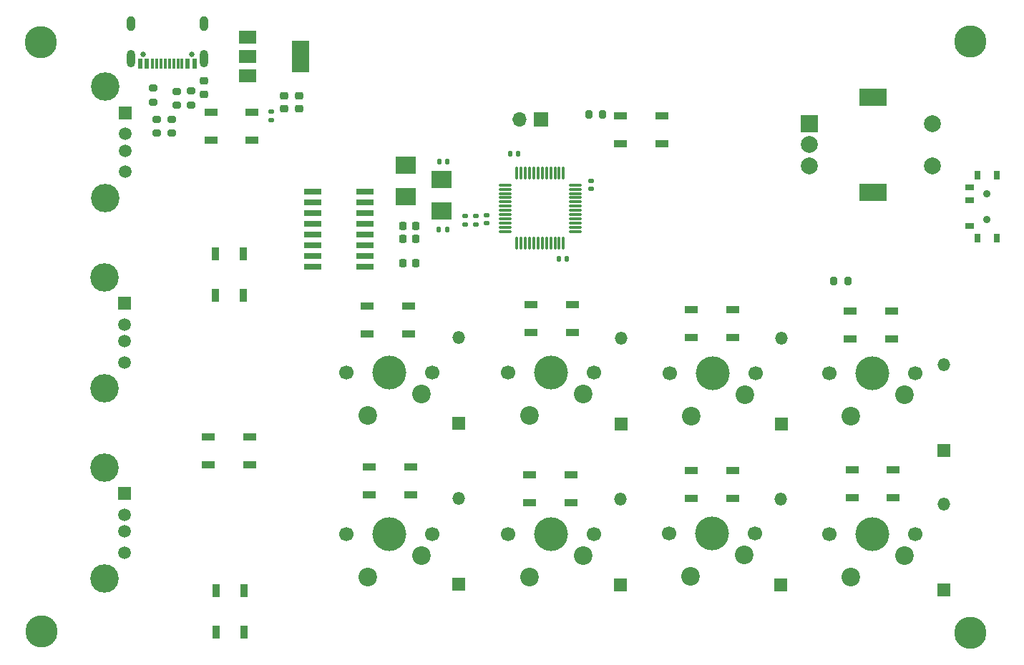
<source format=gbr>
%TF.GenerationSoftware,KiCad,Pcbnew,(6.0.10)*%
%TF.CreationDate,2023-02-08T22:59:09+05:30*%
%TF.ProjectId,macrokeypad13,6d616372-6f6b-4657-9970-616431332e6b,rev?*%
%TF.SameCoordinates,Original*%
%TF.FileFunction,Soldermask,Top*%
%TF.FilePolarity,Negative*%
%FSLAX46Y46*%
G04 Gerber Fmt 4.6, Leading zero omitted, Abs format (unit mm)*
G04 Created by KiCad (PCBNEW (6.0.10)) date 2023-02-08 22:59:09*
%MOMM*%
%LPD*%
G01*
G04 APERTURE LIST*
G04 Aperture macros list*
%AMRoundRect*
0 Rectangle with rounded corners*
0 $1 Rounding radius*
0 $2 $3 $4 $5 $6 $7 $8 $9 X,Y pos of 4 corners*
0 Add a 4 corners polygon primitive as box body*
4,1,4,$2,$3,$4,$5,$6,$7,$8,$9,$2,$3,0*
0 Add four circle primitives for the rounded corners*
1,1,$1+$1,$2,$3*
1,1,$1+$1,$4,$5*
1,1,$1+$1,$6,$7*
1,1,$1+$1,$8,$9*
0 Add four rect primitives between the rounded corners*
20,1,$1+$1,$2,$3,$4,$5,0*
20,1,$1+$1,$4,$5,$6,$7,0*
20,1,$1+$1,$6,$7,$8,$9,0*
20,1,$1+$1,$8,$9,$2,$3,0*%
G04 Aperture macros list end*
%ADD10RoundRect,0.200000X0.275000X-0.200000X0.275000X0.200000X-0.275000X0.200000X-0.275000X-0.200000X0*%
%ADD11R,1.500000X0.900000*%
%ADD12C,1.700000*%
%ADD13C,4.000000*%
%ADD14C,2.200000*%
%ADD15RoundRect,0.200000X-0.200000X-0.275000X0.200000X-0.275000X0.200000X0.275000X-0.200000X0.275000X0*%
%ADD16RoundRect,0.075000X-0.662500X-0.075000X0.662500X-0.075000X0.662500X0.075000X-0.662500X0.075000X0*%
%ADD17RoundRect,0.075000X-0.075000X-0.662500X0.075000X-0.662500X0.075000X0.662500X-0.075000X0.662500X0*%
%ADD18C,0.900000*%
%ADD19R,1.100000X0.700000*%
%ADD20R,0.800000X1.000000*%
%ADD21R,1.500000X1.500000*%
%ADD22O,1.500000X1.500000*%
%ADD23RoundRect,0.140000X-0.140000X-0.170000X0.140000X-0.170000X0.140000X0.170000X-0.140000X0.170000X0*%
%ADD24R,0.900000X1.500000*%
%ADD25C,2.600000*%
%ADD26C,3.800000*%
%ADD27RoundRect,0.225000X-0.225000X-0.250000X0.225000X-0.250000X0.225000X0.250000X-0.225000X0.250000X0*%
%ADD28R,1.508000X1.508000*%
%ADD29C,1.508000*%
%ADD30C,3.366000*%
%ADD31R,2.400000X2.000000*%
%ADD32C,0.650000*%
%ADD33R,0.600000X1.240000*%
%ADD34R,0.300000X1.240000*%
%ADD35O,1.000000X2.100000*%
%ADD36O,1.000000X1.800000*%
%ADD37RoundRect,0.225000X-0.250000X0.225000X-0.250000X-0.225000X0.250000X-0.225000X0.250000X0.225000X0*%
%ADD38RoundRect,0.140000X0.140000X0.170000X-0.140000X0.170000X-0.140000X-0.170000X0.140000X-0.170000X0*%
%ADD39R,2.000000X2.000000*%
%ADD40C,2.000000*%
%ADD41R,3.200000X2.000000*%
%ADD42RoundRect,0.140000X-0.170000X0.140000X-0.170000X-0.140000X0.170000X-0.140000X0.170000X0.140000X0*%
%ADD43RoundRect,0.140000X0.170000X-0.140000X0.170000X0.140000X-0.170000X0.140000X-0.170000X-0.140000X0*%
%ADD44RoundRect,0.200000X-0.275000X0.200000X-0.275000X-0.200000X0.275000X-0.200000X0.275000X0.200000X0*%
%ADD45R,1.700000X1.700000*%
%ADD46O,1.700000X1.700000*%
%ADD47RoundRect,0.135000X-0.185000X0.135000X-0.185000X-0.135000X0.185000X-0.135000X0.185000X0.135000X0*%
%ADD48R,2.000000X1.500000*%
%ADD49R,2.000000X3.800000*%
%ADD50R,2.032000X0.660400*%
G04 APERTURE END LIST*
D10*
%TO.C,R4*%
X46040000Y-38125000D03*
X46040000Y-36475000D03*
%TD*%
D11*
%TO.C,D4*%
X126540000Y-78010000D03*
X126540000Y-81310000D03*
X131440000Y-81310000D03*
X131440000Y-78010000D03*
%TD*%
D12*
%TO.C,K2*%
X66690000Y-85580000D03*
X76850000Y-85580000D03*
D13*
X71770000Y-85580000D03*
D14*
X69230000Y-90660000D03*
X75580000Y-88120000D03*
%TD*%
D13*
%TO.C,K4*%
X90900000Y-85590000D03*
D12*
X95980000Y-85590000D03*
X85820000Y-85590000D03*
D14*
X88360000Y-90670000D03*
X94710000Y-88130000D03*
%TD*%
D12*
%TO.C,K5*%
X115110000Y-66510000D03*
D13*
X110030000Y-66510000D03*
D12*
X104950000Y-66510000D03*
D14*
X107490000Y-71590000D03*
X113840000Y-69050000D03*
%TD*%
D15*
%TO.C,R6*%
X95400000Y-35880000D03*
X97050000Y-35880000D03*
%TD*%
D16*
%TO.C,U2*%
X85497500Y-44250000D03*
X85497500Y-44750000D03*
X85497500Y-45250000D03*
X85497500Y-45750000D03*
X85497500Y-46250000D03*
X85497500Y-46750000D03*
X85497500Y-47250000D03*
X85497500Y-47750000D03*
X85497500Y-48250000D03*
X85497500Y-48750000D03*
X85497500Y-49250000D03*
X85497500Y-49750000D03*
D17*
X86910000Y-51162500D03*
X87410000Y-51162500D03*
X87910000Y-51162500D03*
X88410000Y-51162500D03*
X88910000Y-51162500D03*
X89410000Y-51162500D03*
X89910000Y-51162500D03*
X90410000Y-51162500D03*
X90910000Y-51162500D03*
X91410000Y-51162500D03*
X91910000Y-51162500D03*
X92410000Y-51162500D03*
D16*
X93822500Y-49750000D03*
X93822500Y-49250000D03*
X93822500Y-48750000D03*
X93822500Y-48250000D03*
X93822500Y-47750000D03*
X93822500Y-47250000D03*
X93822500Y-46750000D03*
X93822500Y-46250000D03*
X93822500Y-45750000D03*
X93822500Y-45250000D03*
X93822500Y-44750000D03*
X93822500Y-44250000D03*
D17*
X92410000Y-42837500D03*
X91910000Y-42837500D03*
X91410000Y-42837500D03*
X90910000Y-42837500D03*
X90410000Y-42837500D03*
X89910000Y-42837500D03*
X89410000Y-42837500D03*
X88910000Y-42837500D03*
X88410000Y-42837500D03*
X87910000Y-42837500D03*
X87410000Y-42837500D03*
X86910000Y-42837500D03*
%TD*%
D13*
%TO.C,K1*%
X71760000Y-66450000D03*
D12*
X76840000Y-66450000D03*
X66680000Y-66450000D03*
D14*
X69220000Y-71530000D03*
X75570000Y-68990000D03*
%TD*%
D18*
%TO.C,S1*%
X142520000Y-45310000D03*
X142520000Y-48310000D03*
D19*
X140470000Y-49060000D03*
X140470000Y-46060000D03*
X140470000Y-44560000D03*
D20*
X141370000Y-50560000D03*
X141370000Y-43060000D03*
X143670000Y-50560000D03*
X143670000Y-43060000D03*
%TD*%
D11*
%TO.C,D14*%
X69180000Y-58590000D03*
X69180000Y-61890000D03*
X74080000Y-61890000D03*
X74080000Y-58590000D03*
%TD*%
D21*
%TO.C,D2*%
X80050000Y-72480000D03*
D22*
X80050000Y-62320000D03*
%TD*%
D23*
%TO.C,C6*%
X77680000Y-49510000D03*
X78640000Y-49510000D03*
%TD*%
D11*
%TO.C,D13*%
X69400000Y-77640000D03*
X69400000Y-80940000D03*
X74300000Y-80940000D03*
X74300000Y-77640000D03*
%TD*%
D10*
%TO.C,R2*%
X46670000Y-34805000D03*
X46670000Y-33155000D03*
%TD*%
D24*
%TO.C,D21*%
X51340000Y-97190000D03*
X54640000Y-97190000D03*
X54640000Y-92290000D03*
X51340000Y-92290000D03*
%TD*%
D25*
%TO.C,H4*%
X30630000Y-97110000D03*
D26*
X30630000Y-97110000D03*
%TD*%
D27*
%TO.C,C14*%
X73417606Y-53518870D03*
X74967606Y-53518870D03*
%TD*%
D15*
%TO.C,R1*%
X124420000Y-55630000D03*
X126070000Y-55630000D03*
%TD*%
D12*
%TO.C,K6*%
X104910000Y-85500000D03*
D13*
X109990000Y-85500000D03*
D12*
X115070000Y-85500000D03*
D14*
X107450000Y-90580000D03*
X113800000Y-88040000D03*
%TD*%
D28*
%TO.C,J4*%
X40490000Y-58270000D03*
D29*
X40490000Y-60770000D03*
X40490000Y-62770000D03*
X40490000Y-65270000D03*
D30*
X38090000Y-55200000D03*
X38090000Y-68340000D03*
%TD*%
D31*
%TO.C,Y1*%
X77950000Y-43590000D03*
X77950000Y-47290000D03*
%TD*%
D11*
%TO.C,D20*%
X50390000Y-74060000D03*
X50390000Y-77360000D03*
X55290000Y-77360000D03*
X55290000Y-74060000D03*
%TD*%
D32*
%TO.C,J1*%
X42646814Y-28790469D03*
X48426814Y-28790469D03*
D33*
X48736814Y-29910469D03*
X47936814Y-29910469D03*
D34*
X46786814Y-29910469D03*
X45786814Y-29910469D03*
X45286814Y-29910469D03*
X44286814Y-29910469D03*
D33*
X43136814Y-29910469D03*
X42336814Y-29910469D03*
X42336814Y-29910469D03*
X43136814Y-29910469D03*
D34*
X43786814Y-29910469D03*
X44786814Y-29910469D03*
X46286814Y-29910469D03*
X47286814Y-29910469D03*
D33*
X47936814Y-29910469D03*
X48736814Y-29910469D03*
D35*
X49856814Y-29310469D03*
X41216814Y-29310469D03*
D36*
X49856814Y-25110469D03*
X41216814Y-25110469D03*
%TD*%
D37*
%TO.C,C3*%
X61170000Y-33685000D03*
X61170000Y-35235000D03*
%TD*%
%TO.C,C1*%
X49870000Y-31955000D03*
X49870000Y-33505000D03*
%TD*%
D38*
%TO.C,C7*%
X92830000Y-53030000D03*
X91870000Y-53030000D03*
%TD*%
D21*
%TO.C,D9*%
X118140000Y-91580000D03*
D22*
X118140000Y-81420000D03*
%TD*%
D10*
%TO.C,R5*%
X44300000Y-38095000D03*
X44300000Y-36445000D03*
%TD*%
D25*
%TO.C,H2*%
X140590000Y-27220000D03*
D26*
X140590000Y-27220000D03*
%TD*%
D39*
%TO.C,SW1*%
X121541649Y-36985634D03*
D40*
X121541649Y-41985634D03*
X121541649Y-39485634D03*
D41*
X129041649Y-45085634D03*
X129041649Y-33885634D03*
D40*
X136041649Y-41985634D03*
X136041649Y-36985634D03*
%TD*%
D42*
%TO.C,C9*%
X95670000Y-43750000D03*
X95670000Y-44710000D03*
%TD*%
D21*
%TO.C,D12*%
X137380000Y-92170000D03*
D22*
X137380000Y-82010000D03*
%TD*%
D12*
%TO.C,K3*%
X96000000Y-66470000D03*
X85840000Y-66470000D03*
D13*
X90920000Y-66470000D03*
D14*
X88380000Y-71550000D03*
X94730000Y-69010000D03*
%TD*%
D12*
%TO.C,K7*%
X123910000Y-66540000D03*
X134070000Y-66540000D03*
D13*
X128990000Y-66540000D03*
D14*
X126450000Y-71620000D03*
X132800000Y-69080000D03*
%TD*%
D43*
%TO.C,C10*%
X82070000Y-48890000D03*
X82070000Y-47930000D03*
%TD*%
D26*
%TO.C,H3*%
X140510000Y-97310000D03*
D25*
X140510000Y-97310000D03*
%TD*%
D44*
%TO.C,R8*%
X48330000Y-33125000D03*
X48330000Y-34775000D03*
%TD*%
D45*
%TO.C,J2*%
X89720000Y-36445000D03*
D46*
X87180000Y-36445000D03*
%TD*%
D24*
%TO.C,D19*%
X51230000Y-57320000D03*
X54530000Y-57320000D03*
X54530000Y-52420000D03*
X51230000Y-52420000D03*
%TD*%
D31*
%TO.C,Y2*%
X73722606Y-41918870D03*
X73722606Y-45618870D03*
%TD*%
D37*
%TO.C,C2*%
X59320000Y-33655000D03*
X59320000Y-35205000D03*
%TD*%
D11*
%TO.C,D7*%
X107520000Y-78040000D03*
X107520000Y-81340000D03*
X112420000Y-81340000D03*
X112420000Y-78040000D03*
%TD*%
%TO.C,D1*%
X126360000Y-59200000D03*
X126360000Y-62500000D03*
X131260000Y-62500000D03*
X131260000Y-59200000D03*
%TD*%
D23*
%TO.C,C4*%
X77710000Y-41480000D03*
X78670000Y-41480000D03*
%TD*%
D27*
%TO.C,C13*%
X73407606Y-49058870D03*
X74957606Y-49058870D03*
%TD*%
D43*
%TO.C,C11*%
X80810000Y-48910000D03*
X80810000Y-47950000D03*
%TD*%
D23*
%TO.C,C5*%
X86110000Y-40540000D03*
X87070000Y-40540000D03*
%TD*%
D11*
%TO.C,D10*%
X88380000Y-78570000D03*
X88380000Y-81870000D03*
X93280000Y-81870000D03*
X93280000Y-78570000D03*
%TD*%
%TO.C,D18*%
X50680000Y-35650000D03*
X50680000Y-38950000D03*
X55580000Y-38950000D03*
X55580000Y-35650000D03*
%TD*%
D21*
%TO.C,D3*%
X80050000Y-91560000D03*
D22*
X80050000Y-81400000D03*
%TD*%
D11*
%TO.C,D15*%
X88550000Y-58450000D03*
X88550000Y-61750000D03*
X93450000Y-61750000D03*
X93450000Y-58450000D03*
%TD*%
D43*
%TO.C,C8*%
X83310000Y-48790000D03*
X83310000Y-47830000D03*
%TD*%
D21*
%TO.C,D8*%
X118240000Y-72570000D03*
D22*
X118240000Y-62410000D03*
%TD*%
D28*
%TO.C,J3*%
X40550000Y-35690000D03*
D29*
X40550000Y-38190000D03*
X40550000Y-40190000D03*
X40550000Y-42690000D03*
D30*
X38150000Y-32620000D03*
X38150000Y-45760000D03*
%TD*%
D25*
%TO.C,H1*%
X30530000Y-27320000D03*
D26*
X30530000Y-27320000D03*
%TD*%
D12*
%TO.C,K8*%
X123840000Y-85590000D03*
X134000000Y-85590000D03*
D13*
X128920000Y-85590000D03*
D14*
X126380000Y-90670000D03*
X132730000Y-88130000D03*
%TD*%
D27*
%TO.C,C12*%
X73417606Y-50618870D03*
X74967606Y-50618870D03*
%TD*%
D21*
%TO.C,D11*%
X137420000Y-75650000D03*
D22*
X137420000Y-65490000D03*
%TD*%
D21*
%TO.C,D6*%
X99170000Y-91570000D03*
D22*
X99170000Y-81410000D03*
%TD*%
D11*
%TO.C,D16*%
X107530000Y-59020000D03*
X107530000Y-62320000D03*
X112430000Y-62320000D03*
X112430000Y-59020000D03*
%TD*%
D47*
%TO.C,R7*%
X57810000Y-35560000D03*
X57810000Y-36580000D03*
%TD*%
D48*
%TO.C,U1*%
X55020000Y-26720000D03*
X55020000Y-29020000D03*
D49*
X61320000Y-29020000D03*
D48*
X55020000Y-31320000D03*
%TD*%
D21*
%TO.C,D5*%
X99260000Y-72520000D03*
D22*
X99260000Y-62360000D03*
%TD*%
D50*
%TO.C,U3*%
X62766600Y-45075000D03*
X62766600Y-46345000D03*
X62766600Y-47615000D03*
X62766600Y-48885000D03*
X62766600Y-50155000D03*
X62766600Y-51425000D03*
X62766600Y-52695000D03*
X62766600Y-53965000D03*
X68913400Y-53965000D03*
X68913400Y-52695000D03*
X68913400Y-51425000D03*
X68913400Y-50155000D03*
X68913400Y-48885000D03*
X68913400Y-47615000D03*
X68913400Y-46345000D03*
X68913400Y-45075000D03*
%TD*%
D10*
%TO.C,R3*%
X43870000Y-34450000D03*
X43870000Y-32800000D03*
%TD*%
D28*
%TO.C,J5*%
X40510000Y-80780000D03*
D29*
X40510000Y-83280000D03*
X40510000Y-85280000D03*
X40510000Y-87780000D03*
D30*
X38110000Y-77710000D03*
X38110000Y-90850000D03*
%TD*%
D11*
%TO.C,D17*%
X99160000Y-36080000D03*
X99160000Y-39380000D03*
X104060000Y-39380000D03*
X104060000Y-36080000D03*
%TD*%
M02*

</source>
